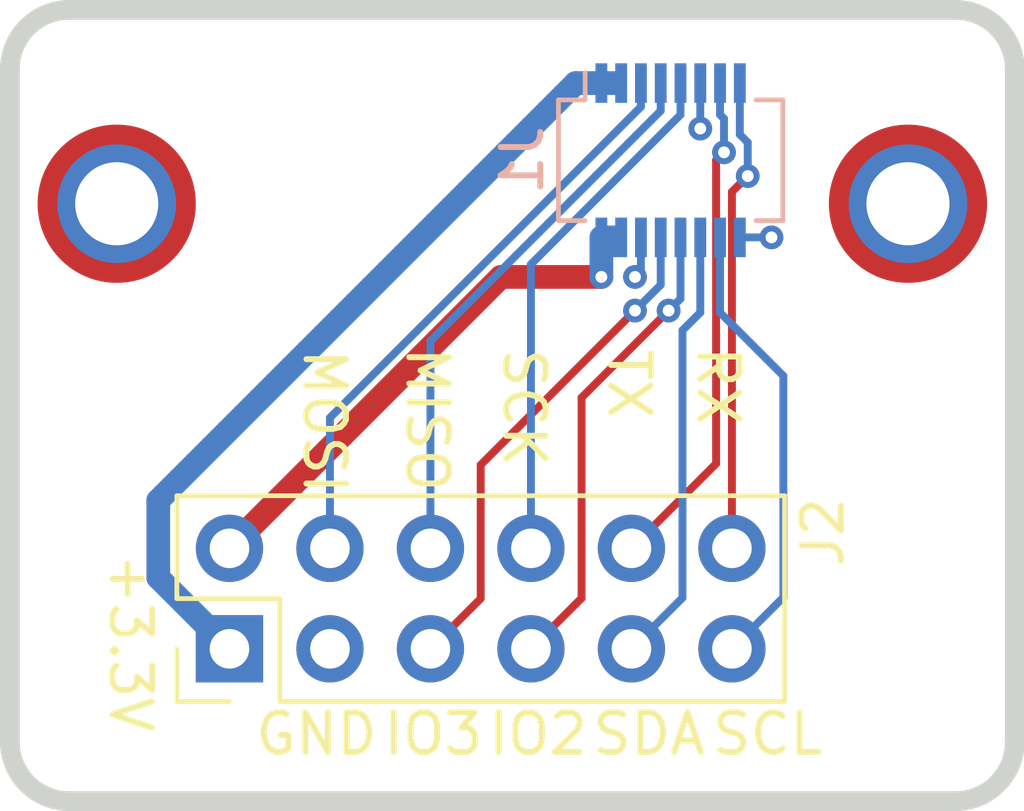
<source format=kicad_pcb>
(kicad_pcb (version 20171130) (host pcbnew "(5.1.9-0-10_14)")

  (general
    (thickness 1.6)
    (drawings 19)
    (tracks 59)
    (zones 0)
    (modules 4)
    (nets 13)
  )

  (page A4)
  (title_block
    (title "mikroPhone expansion breakout")
    (date 2024-02-02)
    (rev 4.0)
  )

  (layers
    (0 F.Cu signal)
    (1 GND power)
    (2 PWR power)
    (31 B.Cu signal)
    (32 B.Adhes user)
    (33 F.Adhes user)
    (34 B.Paste user)
    (35 F.Paste user)
    (36 B.SilkS user)
    (37 F.SilkS user)
    (38 B.Mask user)
    (39 F.Mask user)
    (40 Dwgs.User user)
    (41 Cmts.User user)
    (42 Eco1.User user)
    (43 Eco2.User user)
    (44 Edge.Cuts user)
    (45 Margin user)
    (46 B.CrtYd user)
    (47 F.CrtYd user)
    (48 B.Fab user hide)
    (49 F.Fab user hide)
  )

  (setup
    (last_trace_width 0.2)
    (trace_clearance 0.2)
    (zone_clearance 0.2032)
    (zone_45_only no)
    (trace_min 0.1524)
    (via_size 0.6)
    (via_drill 0.3)
    (via_min_size 0.4)
    (via_min_drill 0.2)
    (uvia_size 0.3)
    (uvia_drill 0.1)
    (uvias_allowed no)
    (uvia_min_size 0.2)
    (uvia_min_drill 0.1)
    (edge_width 0.05)
    (segment_width 0.2)
    (pcb_text_width 0.3)
    (pcb_text_size 1.5 1.5)
    (mod_edge_width 0.12)
    (mod_text_size 1 1)
    (mod_text_width 0.15)
    (pad_size 1.524 1.524)
    (pad_drill 0.762)
    (pad_to_mask_clearance 0)
    (aux_axis_origin 0 0)
    (visible_elements FFFFFF7F)
    (pcbplotparams
      (layerselection 0x010fc_ffffffff)
      (usegerberextensions false)
      (usegerberattributes true)
      (usegerberadvancedattributes true)
      (creategerberjobfile true)
      (excludeedgelayer true)
      (linewidth 0.100000)
      (plotframeref false)
      (viasonmask false)
      (mode 1)
      (useauxorigin false)
      (hpglpennumber 1)
      (hpglpenspeed 20)
      (hpglpendiameter 15.000000)
      (psnegative false)
      (psa4output false)
      (plotreference true)
      (plotvalue true)
      (plotinvisibletext false)
      (padsonsilk false)
      (subtractmaskfromsilk false)
      (outputformat 1)
      (mirror false)
      (drillshape 1)
      (scaleselection 1)
      (outputdirectory ""))
  )

  (net 0 "")
  (net 1 GND)
  (net 2 +3V3)
  (net 3 /SPI_MOSI)
  (net 4 /SPI_MISO)
  (net 5 /SPI_SCK)
  (net 6 /UART_TX)
  (net 7 /UART_RX)
  (net 8 VDD)
  (net 9 /I2C_SDA)
  (net 10 /I2C_SCL)
  (net 11 /GPIO3)
  (net 12 /GPIO2)

  (net_class Default "This is the default net class."
    (clearance 0.2)
    (trace_width 0.2)
    (via_dia 0.6)
    (via_drill 0.3)
    (uvia_dia 0.3)
    (uvia_drill 0.1)
    (add_net +3V3)
    (add_net /GPIO2)
    (add_net /GPIO3)
    (add_net /I2C_SCL)
    (add_net /I2C_SDA)
    (add_net /SPI_MISO)
    (add_net /SPI_MOSI)
    (add_net /SPI_SCK)
    (add_net /UART_RX)
    (add_net /UART_TX)
    (add_net GND)
    (add_net VDD)
  )

  (module Connector_Molex:Molex_SlimStack_55560-0161_2x08_P0.50mm_Vertical (layer B.Cu) (tedit 60DA23A1) (tstamp 60DA7D5B)
    (at 198 117.7 180)
    (descr "Molex SlimStack Fine-Pitch SMT Board-to-Board Connectors, 55560-0161, 16 Pins (http://www.molex.com/pdm_docs/sd/555600207_sd.pdf), generated with kicad-footprint-generator")
    (tags "connector Molex SlimStack side entry")
    (path /60DA2442)
    (attr smd)
    (fp_text reference J1 (at 3.75 0 90) (layer B.SilkS)
      (effects (font (size 1 1) (thickness 0.15)) (justify mirror))
    )
    (fp_text value IN (at 0 4.4) (layer B.Fab)
      (effects (font (size 1 1) (thickness 0.15)) (justify mirror))
    )
    (fp_line (start 2.725 1.415) (end 2.725 -1.415) (layer B.Fab) (width 0.1))
    (fp_line (start 2.725 -1.415) (end -2.725 -1.415) (layer B.Fab) (width 0.1))
    (fp_line (start -2.725 -1.415) (end -2.725 1.415) (layer B.Fab) (width 0.1))
    (fp_line (start -2.725 1.415) (end 2.725 1.415) (layer B.Fab) (width 0.1))
    (fp_line (start 2.16 1.525) (end 2.16 2.215) (layer B.Fab) (width 0.1))
    (fp_line (start 2.16 -1.525) (end 2.835 -1.525) (layer B.SilkS) (width 0.12))
    (fp_line (start 2.835 -1.525) (end 2.835 1.525) (layer B.SilkS) (width 0.12))
    (fp_line (start 2.835 1.525) (end 2.16 1.525) (layer B.SilkS) (width 0.12))
    (fp_line (start 2.16 1.525) (end 2.16 2.215) (layer B.SilkS) (width 0.12))
    (fp_line (start -2.16 -1.525) (end -2.835 -1.525) (layer B.SilkS) (width 0.12))
    (fp_line (start -2.835 -1.525) (end -2.835 1.525) (layer B.SilkS) (width 0.12))
    (fp_line (start -2.835 1.525) (end -2.16 1.525) (layer B.SilkS) (width 0.12))
    (fp_line (start 3.22 2.95) (end 3.22 -2.95) (layer B.CrtYd) (width 0.05))
    (fp_line (start 3.22 -2.95) (end -3.22 -2.95) (layer B.CrtYd) (width 0.05))
    (fp_line (start -3.22 -2.95) (end -3.22 2.95) (layer B.CrtYd) (width 0.05))
    (fp_line (start -3.22 2.95) (end 3.22 2.95) (layer B.CrtYd) (width 0.05))
    (fp_text user %R (at 0 0) (layer B.Fab)
      (effects (font (size 1 1) (thickness 0.15)) (justify mirror))
    )
    (pad 1 smd rect (at 1.75 1.95 180) (size 0.3 1) (layers B.Cu B.Paste B.Mask)
      (net 2 +3V3))
    (pad 3 smd rect (at 1.25 1.95 180) (size 0.3 1) (layers B.Cu B.Paste B.Mask)
      (net 2 +3V3))
    (pad 5 smd rect (at 0.75 1.95 180) (size 0.3 1) (layers B.Cu B.Paste B.Mask)
      (net 3 /SPI_MOSI))
    (pad 7 smd rect (at 0.25 1.95 180) (size 0.3 1) (layers B.Cu B.Paste B.Mask)
      (net 4 /SPI_MISO))
    (pad 9 smd rect (at -0.25 1.95 180) (size 0.3 1) (layers B.Cu B.Paste B.Mask)
      (net 5 /SPI_SCK))
    (pad 11 smd rect (at -0.75 1.95 180) (size 0.3 1) (layers B.Cu B.Paste B.Mask)
      (net 1 GND))
    (pad 13 smd rect (at -1.25 1.95 180) (size 0.3 1) (layers B.Cu B.Paste B.Mask)
      (net 6 /UART_TX))
    (pad 15 smd rect (at -1.75 1.95 180) (size 0.3 1) (layers B.Cu B.Paste B.Mask)
      (net 7 /UART_RX))
    (pad 2 smd rect (at 1.75 -1.95 180) (size 0.3 1) (layers B.Cu B.Paste B.Mask)
      (net 8 VDD))
    (pad 4 smd rect (at 1.25 -1.95 180) (size 0.3 1) (layers B.Cu B.Paste B.Mask)
      (net 8 VDD))
    (pad 6 smd rect (at 0.75 -1.95 180) (size 0.3 1) (layers B.Cu B.Paste B.Mask)
      (net 1 GND))
    (pad 8 smd rect (at 0.25 -1.95 180) (size 0.3 1) (layers B.Cu B.Paste B.Mask)
      (net 11 /GPIO3))
    (pad 10 smd rect (at -0.25 -1.95 180) (size 0.3 1) (layers B.Cu B.Paste B.Mask)
      (net 12 /GPIO2))
    (pad 12 smd rect (at -0.75 -1.95 180) (size 0.3 1) (layers B.Cu B.Paste B.Mask)
      (net 9 /I2C_SDA))
    (pad 14 smd rect (at -1.25 -1.95 180) (size 0.3 1) (layers B.Cu B.Paste B.Mask)
      (net 10 /I2C_SCL))
    (pad 16 smd rect (at -1.75 -1.95 180) (size 0.3 1) (layers B.Cu B.Paste B.Mask)
      (net 1 GND))
    (model ${KISYS3DMOD}/Connector_Molex.3dshapes/Molex_SlimStack_55560-0161_2x08_P0.50mm_Vertical.wrl
      (at (xyz 0 0 0))
      (scale (xyz 1 1 1))
      (rotate (xyz 0 0 0))
    )
  )

  (module footprints:Spacer_small (layer F.Cu) (tedit 61BFD32E) (tstamp 65BE3852)
    (at 204 118.8)
    (path /65BF75AF)
    (fp_text reference J3 (at 0 2.8) (layer F.SilkS) hide
      (effects (font (size 1 1) (thickness 0.15)))
    )
    (fp_text value Spacer (at 0 -2.7) (layer F.Fab)
      (effects (font (size 1 1) (thickness 0.15)))
    )
    (pad 1 thru_hole circle (at 0 0) (size 3 3) (drill 2.1) (layers *.Cu *.Mask)
      (net 1 GND))
    (pad 1 smd circle (at 0 0) (size 4 4) (layers F.Cu F.Mask)
      (net 1 GND))
  )

  (module footprints:Spacer_small (layer F.Cu) (tedit 61BFD32E) (tstamp 65BE3858)
    (at 184 118.8)
    (path /65BF7FCD)
    (fp_text reference J4 (at 0 2.8) (layer F.SilkS) hide
      (effects (font (size 1 1) (thickness 0.15)))
    )
    (fp_text value Spacer (at 0 -2.7) (layer F.Fab)
      (effects (font (size 1 1) (thickness 0.15)))
    )
    (pad 1 smd circle (at 0 0) (size 4 4) (layers F.Cu F.Mask)
      (net 1 GND))
    (pad 1 thru_hole circle (at 0 0) (size 3 3) (drill 2.1) (layers *.Cu *.Mask)
      (net 1 GND))
  )

  (module Connector_PinHeader_2.54mm:PinHeader_2x06_P2.54mm_Vertical (layer F.Cu) (tedit 59FED5CC) (tstamp 65BE4CDD)
    (at 186.85 130.05 90)
    (descr "Through hole straight pin header, 2x06, 2.54mm pitch, double rows")
    (tags "Through hole pin header THT 2x06 2.54mm double row")
    (path /65C12A3F)
    (fp_text reference J2 (at 2.95 15 -90) (layer F.SilkS)
      (effects (font (size 1 1) (thickness 0.15)))
    )
    (fp_text value OUT (at 1.27 15.03 -90) (layer F.Fab)
      (effects (font (size 1 1) (thickness 0.15)))
    )
    (fp_line (start 0 -1.27) (end 3.81 -1.27) (layer F.Fab) (width 0.1))
    (fp_line (start 3.81 -1.27) (end 3.81 13.97) (layer F.Fab) (width 0.1))
    (fp_line (start 3.81 13.97) (end -1.27 13.97) (layer F.Fab) (width 0.1))
    (fp_line (start -1.27 13.97) (end -1.27 0) (layer F.Fab) (width 0.1))
    (fp_line (start -1.27 0) (end 0 -1.27) (layer F.Fab) (width 0.1))
    (fp_line (start -1.33 14.03) (end 3.87 14.03) (layer F.SilkS) (width 0.12))
    (fp_line (start -1.33 1.27) (end -1.33 14.03) (layer F.SilkS) (width 0.12))
    (fp_line (start 3.87 -1.33) (end 3.87 14.03) (layer F.SilkS) (width 0.12))
    (fp_line (start -1.33 1.27) (end 1.27 1.27) (layer F.SilkS) (width 0.12))
    (fp_line (start 1.27 1.27) (end 1.27 -1.33) (layer F.SilkS) (width 0.12))
    (fp_line (start 1.27 -1.33) (end 3.87 -1.33) (layer F.SilkS) (width 0.12))
    (fp_line (start -1.33 0) (end -1.33 -1.33) (layer F.SilkS) (width 0.12))
    (fp_line (start -1.33 -1.33) (end 0 -1.33) (layer F.SilkS) (width 0.12))
    (fp_line (start -1.8 -1.8) (end -1.8 14.5) (layer F.CrtYd) (width 0.05))
    (fp_line (start -1.8 14.5) (end 4.35 14.5) (layer F.CrtYd) (width 0.05))
    (fp_line (start 4.35 14.5) (end 4.35 -1.8) (layer F.CrtYd) (width 0.05))
    (fp_line (start 4.35 -1.8) (end -1.8 -1.8) (layer F.CrtYd) (width 0.05))
    (fp_text user %R (at 1.27 6.35 180) (layer F.Fab)
      (effects (font (size 1 1) (thickness 0.15)))
    )
    (pad 1 thru_hole rect (at 0 0 90) (size 1.7 1.7) (drill 1) (layers *.Cu *.Mask)
      (net 2 +3V3))
    (pad 2 thru_hole oval (at 2.54 0 90) (size 1.7 1.7) (drill 1) (layers *.Cu *.Mask)
      (net 8 VDD))
    (pad 3 thru_hole oval (at 0 2.54 90) (size 1.7 1.7) (drill 1) (layers *.Cu *.Mask)
      (net 1 GND))
    (pad 4 thru_hole oval (at 2.54 2.54 90) (size 1.7 1.7) (drill 1) (layers *.Cu *.Mask)
      (net 3 /SPI_MOSI))
    (pad 5 thru_hole oval (at 0 5.08 90) (size 1.7 1.7) (drill 1) (layers *.Cu *.Mask)
      (net 11 /GPIO3))
    (pad 6 thru_hole oval (at 2.54 5.08 90) (size 1.7 1.7) (drill 1) (layers *.Cu *.Mask)
      (net 4 /SPI_MISO))
    (pad 7 thru_hole oval (at 0 7.62 90) (size 1.7 1.7) (drill 1) (layers *.Cu *.Mask)
      (net 12 /GPIO2))
    (pad 8 thru_hole oval (at 2.54 7.62 90) (size 1.7 1.7) (drill 1) (layers *.Cu *.Mask)
      (net 5 /SPI_SCK))
    (pad 9 thru_hole oval (at 0 10.16 90) (size 1.7 1.7) (drill 1) (layers *.Cu *.Mask)
      (net 9 /I2C_SDA))
    (pad 10 thru_hole oval (at 2.54 10.16 90) (size 1.7 1.7) (drill 1) (layers *.Cu *.Mask)
      (net 6 /UART_TX))
    (pad 11 thru_hole oval (at 0 12.7 90) (size 1.7 1.7) (drill 1) (layers *.Cu *.Mask)
      (net 10 /I2C_SCL))
    (pad 12 thru_hole oval (at 2.54 12.7 90) (size 1.7 1.7) (drill 1) (layers *.Cu *.Mask)
      (net 7 /UART_RX))
    (model ${KISYS3DMOD}/Connector_PinHeader_2.54mm.3dshapes/PinHeader_2x06_P2.54mm_Vertical.wrl
      (at (xyz 0 0 0))
      (scale (xyz 1 1 1))
      (rotate (xyz 0 0 0))
    )
  )

  (gr_text RX (at 199.2 123.4 270) (layer F.SilkS)
    (effects (font (size 1 1) (thickness 0.15)))
  )
  (gr_text TX (at 196.95 123.35 270) (layer F.SilkS)
    (effects (font (size 1 1) (thickness 0.15)))
  )
  (gr_text IO2 (at 194.65 132.2) (layer F.SilkS)
    (effects (font (size 1 1) (thickness 0.15)))
  )
  (gr_text IO3 (at 192 132.2) (layer F.SilkS) (tstamp 614F550E)
    (effects (font (size 1 1) (thickness 0.15)))
  )
  (gr_text GND (at 189.05 132.2) (layer F.SilkS) (tstamp 614F54E1)
    (effects (font (size 1 1) (thickness 0.15)))
  )
  (gr_text MISO (at 191.85 124.25 270) (layer F.SilkS) (tstamp 614F54DF)
    (effects (font (size 1 1) (thickness 0.15)))
  )
  (gr_text SDA (at 197.45 132.2) (layer F.SilkS) (tstamp 614F54DE)
    (effects (font (size 1 1) (thickness 0.15)))
  )
  (gr_text SCL (at 200.45 132.2) (layer F.SilkS) (tstamp 614F54DD)
    (effects (font (size 1 1) (thickness 0.15)))
  )
  (gr_text +3.3V (at 184.35 129.9 270) (layer F.SilkS) (tstamp 614F54DC)
    (effects (font (size 1 1) (thickness 0.15)))
  )
  (gr_text SCK (at 194.3 123.95 270) (layer F.SilkS) (tstamp 614F54DB)
    (effects (font (size 1 1) (thickness 0.15)))
  )
  (gr_text MOSI (at 189.25 124.3 270) (layer F.SilkS) (tstamp 614F54DA)
    (effects (font (size 1 1) (thickness 0.15)))
  )
  (gr_line (start 205.2 133.9) (end 182.8 133.9) (layer Edge.Cuts) (width 0.5) (tstamp 60DA3AA5))
  (gr_arc (start 205.2 132.4) (end 205.2 133.9) (angle -90) (layer Edge.Cuts) (width 0.5) (tstamp 60DA3A98))
  (gr_arc (start 182.8 132.4) (end 181.3 132.4) (angle -90) (layer Edge.Cuts) (width 0.5) (tstamp 60DA3A98))
  (gr_line (start 181.3 115.4) (end 181.3 132.4) (layer Edge.Cuts) (width 0.5))
  (gr_arc (start 182.8 115.4) (end 182.8 113.9) (angle -90) (layer Edge.Cuts) (width 0.5) (tstamp 60DA3A98))
  (gr_line (start 205.2 113.9) (end 182.8 113.9) (layer Edge.Cuts) (width 0.5))
  (gr_line (start 206.7 115.4) (end 206.7 132.4) (layer Edge.Cuts) (width 0.5))
  (gr_arc (start 205.2 115.4) (end 206.7 115.4) (angle -90) (layer Edge.Cuts) (width 0.5) (tstamp 60DA37D1))

  (via (at 197.1 120.65) (size 0.6) (drill 0.3) (layers F.Cu B.Cu) (net 1))
  (segment (start 197.25 120.5) (end 197.1 120.65) (width 0.2) (layer B.Cu) (net 1))
  (segment (start 197.25 119.65) (end 197.25 120.5) (width 0.2) (layer B.Cu) (net 1))
  (via (at 198.75 116.9) (size 0.6) (drill 0.3) (layers F.Cu B.Cu) (net 1))
  (segment (start 198.75 115.75) (end 198.75 116.9) (width 0.2) (layer B.Cu) (net 1))
  (via (at 200.55 119.65) (size 0.6) (drill 0.3) (layers F.Cu B.Cu) (net 1))
  (segment (start 199.75 119.65) (end 200.55 119.65) (width 0.2) (layer B.Cu) (net 1))
  (segment (start 196.75 115.75) (end 196.25 115.75) (width 0.2) (layer B.Cu) (net 2))
  (segment (start 186.85 130.05) (end 185.05 128.25) (width 0.6) (layer B.Cu) (net 2))
  (segment (start 185.05 128.25) (end 185.05 126.3) (width 0.6) (layer B.Cu) (net 2))
  (segment (start 185.05 126.3) (end 195.6 115.75) (width 0.6) (layer B.Cu) (net 2))
  (segment (start 195.6 115.75) (end 196.25 115.75) (width 0.6) (layer B.Cu) (net 2))
  (segment (start 197.25 115.75) (end 197.25 116.35) (width 0.2) (layer B.Cu) (net 3))
  (segment (start 189.39 124.21) (end 189.39 127.51) (width 0.2) (layer B.Cu) (net 3))
  (segment (start 197.25 116.35) (end 189.39 124.21) (width 0.2) (layer B.Cu) (net 3))
  (segment (start 197.75 115.75) (end 197.75 116.45) (width 0.2) (layer B.Cu) (net 4))
  (segment (start 191.93 122.27) (end 191.93 127.51) (width 0.2) (layer B.Cu) (net 4))
  (segment (start 197.75 116.45) (end 191.93 122.27) (width 0.2) (layer B.Cu) (net 4))
  (segment (start 198.25 116.55) (end 198.25 115.75) (width 0.2) (layer B.Cu) (net 5))
  (segment (start 194.47 120.33) (end 194.47 127.51) (width 0.2) (layer B.Cu) (net 5))
  (segment (start 198.25 116.55) (end 194.47 120.33) (width 0.2) (layer B.Cu) (net 5))
  (segment (start 199.25 115.75) (end 199.25 116.55) (width 0.2) (layer B.Cu) (net 6))
  (via (at 199.35 117.5) (size 0.6) (drill 0.3) (layers F.Cu B.Cu) (net 6))
  (segment (start 199.35 116.65) (end 199.35 117.5) (width 0.2) (layer B.Cu) (net 6))
  (segment (start 199.25 116.55) (end 199.35 116.65) (width 0.2) (layer B.Cu) (net 6))
  (segment (start 199.35 117.5) (end 199.15 117.7) (width 0.2) (layer F.Cu) (net 6))
  (segment (start 199.15 125.37) (end 197.01 127.51) (width 0.2) (layer F.Cu) (net 6))
  (segment (start 199.15 117.7) (end 199.15 125.37) (width 0.2) (layer F.Cu) (net 6))
  (segment (start 199.75 115.75) (end 199.75 117.05) (width 0.2) (layer B.Cu) (net 7))
  (via (at 199.95 118.1) (size 0.6) (drill 0.3) (layers F.Cu B.Cu) (net 7))
  (segment (start 199.95 117.25) (end 199.95 118.1) (width 0.2) (layer B.Cu) (net 7))
  (segment (start 199.75 117.05) (end 199.95 117.25) (width 0.2) (layer B.Cu) (net 7))
  (segment (start 199.55 118.5) (end 199.95 118.1) (width 0.2) (layer F.Cu) (net 7))
  (segment (start 199.55 127.51) (end 199.55 118.5) (width 0.2) (layer F.Cu) (net 7))
  (segment (start 196.75 119.65) (end 196.25 119.65) (width 0.2) (layer B.Cu) (net 8))
  (via (at 196.25 120.65) (size 0.6) (drill 0.3) (layers F.Cu B.Cu) (net 8))
  (segment (start 193.71 120.65) (end 196.25 120.65) (width 0.6) (layer F.Cu) (net 8))
  (segment (start 186.85 127.51) (end 193.71 120.65) (width 0.6) (layer F.Cu) (net 8))
  (segment (start 196.25 120.65) (end 196.25 119.65) (width 0.6) (layer B.Cu) (net 8))
  (segment (start 198.75 119.65) (end 198.75 121.55) (width 0.2) (layer B.Cu) (net 9))
  (segment (start 198.75 121.55) (end 198.3 122) (width 0.2) (layer B.Cu) (net 9))
  (segment (start 198.3 128.76) (end 197.01 130.05) (width 0.2) (layer B.Cu) (net 9))
  (segment (start 198.3 122) (end 198.3 128.76) (width 0.2) (layer B.Cu) (net 9))
  (segment (start 200.85 128.75) (end 199.55 130.05) (width 0.2) (layer B.Cu) (net 10))
  (segment (start 199.25 119.65) (end 199.25 121.55) (width 0.2) (layer B.Cu) (net 10))
  (segment (start 200.85 123.15) (end 200.85 128.75) (width 0.2) (layer B.Cu) (net 10))
  (segment (start 199.25 121.55) (end 200.85 123.15) (width 0.2) (layer B.Cu) (net 10))
  (segment (start 197.75 119.65) (end 197.75 120.85) (width 0.2) (layer B.Cu) (net 11))
  (via (at 197.1 121.5) (size 0.6) (drill 0.3) (layers F.Cu B.Cu) (net 11))
  (segment (start 197.75 120.85) (end 197.1 121.5) (width 0.2) (layer B.Cu) (net 11))
  (segment (start 197.1 121.5) (end 193.2 125.4) (width 0.2) (layer F.Cu) (net 11))
  (segment (start 193.2 128.78) (end 191.93 130.05) (width 0.2) (layer F.Cu) (net 11))
  (segment (start 193.2 125.4) (end 193.2 128.78) (width 0.2) (layer F.Cu) (net 11))
  (via (at 197.95 121.5) (size 0.6) (drill 0.3) (layers F.Cu B.Cu) (net 12))
  (segment (start 198.25 121.2) (end 197.95 121.5) (width 0.2) (layer B.Cu) (net 12))
  (segment (start 198.25 119.65) (end 198.25 121.2) (width 0.2) (layer B.Cu) (net 12))
  (segment (start 197.95 121.5) (end 195.75 123.7) (width 0.2) (layer F.Cu) (net 12))
  (segment (start 195.75 128.77) (end 194.47 130.05) (width 0.2) (layer F.Cu) (net 12))
  (segment (start 195.75 123.7) (end 195.75 128.77) (width 0.2) (layer F.Cu) (net 12))

  (zone (net 1) (net_name GND) (layer GND) (tstamp 65BE54F5) (hatch edge 0.508)
    (connect_pads (clearance 0.2032))
    (min_thickness 0.254)
    (fill yes (arc_segments 32) (thermal_gap 0.381) (thermal_bridge_width 0.508))
    (polygon
      (pts
        (xy 206.7 133.9) (xy 181.3 133.9) (xy 181.3 113.9) (xy 206.7 113.9)
      )
    )
    (filled_polygon
      (pts
        (xy 205.378115 114.500446) (xy 205.54945 114.552176) (xy 205.707467 114.636195) (xy 205.846164 114.749313) (xy 205.960241 114.887209)
        (xy 206.045364 115.044641) (xy 206.098288 115.215609) (xy 206.1198 115.42029) (xy 206.119801 132.371614) (xy 206.099554 132.578115)
        (xy 206.047824 132.74945) (xy 205.963803 132.90747) (xy 205.850687 133.046163) (xy 205.712791 133.160241) (xy 205.555355 133.245366)
        (xy 205.384392 133.298288) (xy 205.179711 133.3198) (xy 182.828376 133.3198) (xy 182.621885 133.299554) (xy 182.45055 133.247824)
        (xy 182.29253 133.163803) (xy 182.153837 133.050687) (xy 182.039759 132.912791) (xy 181.954634 132.755355) (xy 181.901712 132.584392)
        (xy 181.8802 132.379711) (xy 181.8802 129.2) (xy 185.668203 129.2) (xy 185.668203 130.9) (xy 185.674578 130.96473)
        (xy 185.69346 131.026973) (xy 185.724121 131.084337) (xy 185.765384 131.134616) (xy 185.815663 131.175879) (xy 185.873027 131.20654)
        (xy 185.93527 131.225422) (xy 186 131.231797) (xy 187.7 131.231797) (xy 187.76473 131.225422) (xy 187.826973 131.20654)
        (xy 187.884337 131.175879) (xy 187.934616 131.134616) (xy 187.975879 131.084337) (xy 188.00654 131.026973) (xy 188.025422 130.96473)
        (xy 188.031797 130.9) (xy 188.031797 130.386944) (xy 188.074459 130.386944) (xy 188.165471 130.637119) (xy 188.303541 130.864731)
        (xy 188.483363 131.061034) (xy 188.698027 131.218483) (xy 188.939283 131.331028) (xy 189.053057 131.365535) (xy 189.263 131.274431)
        (xy 189.263 130.177) (xy 189.517 130.177) (xy 189.517 131.274431) (xy 189.726943 131.365535) (xy 189.840717 131.331028)
        (xy 190.081973 131.218483) (xy 190.296637 131.061034) (xy 190.476459 130.864731) (xy 190.614529 130.637119) (xy 190.705541 130.386944)
        (xy 190.615054 130.177) (xy 189.517 130.177) (xy 189.263 130.177) (xy 188.164946 130.177) (xy 188.074459 130.386944)
        (xy 188.031797 130.386944) (xy 188.031797 129.93376) (xy 190.7498 129.93376) (xy 190.7498 130.16624) (xy 190.795155 130.394252)
        (xy 190.884121 130.609034) (xy 191.013279 130.802333) (xy 191.177667 130.966721) (xy 191.370966 131.095879) (xy 191.585748 131.184845)
        (xy 191.81376 131.2302) (xy 192.04624 131.2302) (xy 192.274252 131.184845) (xy 192.489034 131.095879) (xy 192.682333 130.966721)
        (xy 192.846721 130.802333) (xy 192.975879 130.609034) (xy 193.064845 130.394252) (xy 193.1102 130.16624) (xy 193.1102 129.93376)
        (xy 193.2898 129.93376) (xy 193.2898 130.16624) (xy 193.335155 130.394252) (xy 193.424121 130.609034) (xy 193.553279 130.802333)
        (xy 193.717667 130.966721) (xy 193.910966 131.095879) (xy 194.125748 131.184845) (xy 194.35376 131.2302) (xy 194.58624 131.2302)
        (xy 194.814252 131.184845) (xy 195.029034 131.095879) (xy 195.222333 130.966721) (xy 195.386721 130.802333) (xy 195.515879 130.609034)
        (xy 195.604845 130.394252) (xy 195.6502 130.16624) (xy 195.6502 129.93376) (xy 195.8298 129.93376) (xy 195.8298 130.16624)
        (xy 195.875155 130.394252) (xy 195.964121 130.609034) (xy 196.093279 130.802333) (xy 196.257667 130.966721) (xy 196.450966 131.095879)
        (xy 196.665748 131.184845) (xy 196.89376 131.2302) (xy 197.12624 131.2302) (xy 197.354252 131.184845) (xy 197.569034 131.095879)
        (xy 197.762333 130.966721) (xy 197.926721 130.802333) (xy 198.055879 130.609034) (xy 198.144845 130.394252) (xy 198.1902 130.16624)
        (xy 198.1902 129.93376) (xy 198.3698 129.93376) (xy 198.3698 130.16624) (xy 198.415155 130.394252) (xy 198.504121 130.609034)
        (xy 198.633279 130.802333) (xy 198.797667 130.966721) (xy 198.990966 131.095879) (xy 199.205748 131.184845) (xy 199.43376 131.2302)
        (xy 199.66624 131.2302) (xy 199.894252 131.184845) (xy 200.109034 131.095879) (xy 200.302333 130.966721) (xy 200.466721 130.802333)
        (xy 200.595879 130.609034) (xy 200.684845 130.394252) (xy 200.7302 130.16624) (xy 200.7302 129.93376) (xy 200.684845 129.705748)
        (xy 200.595879 129.490966) (xy 200.466721 129.297667) (xy 200.302333 129.133279) (xy 200.109034 129.004121) (xy 199.894252 128.915155)
        (xy 199.66624 128.8698) (xy 199.43376 128.8698) (xy 199.205748 128.915155) (xy 198.990966 129.004121) (xy 198.797667 129.133279)
        (xy 198.633279 129.297667) (xy 198.504121 129.490966) (xy 198.415155 129.705748) (xy 198.3698 129.93376) (xy 198.1902 129.93376)
        (xy 198.144845 129.705748) (xy 198.055879 129.490966) (xy 197.926721 129.297667) (xy 197.762333 129.133279) (xy 197.569034 129.004121)
        (xy 197.354252 128.915155) (xy 197.12624 128.8698) (xy 196.89376 128.8698) (xy 196.665748 128.915155) (xy 196.450966 129.004121)
        (xy 196.257667 129.133279) (xy 196.093279 129.297667) (xy 195.964121 129.490966) (xy 195.875155 129.705748) (xy 195.8298 129.93376)
        (xy 195.6502 129.93376) (xy 195.604845 129.705748) (xy 195.515879 129.490966) (xy 195.386721 129.297667) (xy 195.222333 129.133279)
        (xy 195.029034 129.004121) (xy 194.814252 128.915155) (xy 194.58624 128.8698) (xy 194.35376 128.8698) (xy 194.125748 128.915155)
        (xy 193.910966 129.004121) (xy 193.717667 129.133279) (xy 193.553279 129.297667) (xy 193.424121 129.490966) (xy 193.335155 129.705748)
        (xy 193.2898 129.93376) (xy 193.1102 129.93376) (xy 193.064845 129.705748) (xy 192.975879 129.490966) (xy 192.846721 129.297667)
        (xy 192.682333 129.133279) (xy 192.489034 129.004121) (xy 192.274252 128.915155) (xy 192.04624 128.8698) (xy 191.81376 128.8698)
        (xy 191.585748 128.915155) (xy 191.370966 129.004121) (xy 191.177667 129.133279) (xy 191.013279 129.297667) (xy 190.884121 129.490966)
        (xy 190.795155 129.705748) (xy 190.7498 129.93376) (xy 188.031797 129.93376) (xy 188.031797 129.713056) (xy 188.074459 129.713056)
        (xy 188.164946 129.923) (xy 189.263 129.923) (xy 189.263 128.825569) (xy 189.517 128.825569) (xy 189.517 129.923)
        (xy 190.615054 129.923) (xy 190.705541 129.713056) (xy 190.614529 129.462881) (xy 190.476459 129.235269) (xy 190.296637 129.038966)
        (xy 190.081973 128.881517) (xy 189.840717 128.768972) (xy 189.726943 128.734465) (xy 189.517 128.825569) (xy 189.263 128.825569)
        (xy 189.053057 128.734465) (xy 188.939283 128.768972) (xy 188.698027 128.881517) (xy 188.483363 129.038966) (xy 188.303541 129.235269)
        (xy 188.165471 129.462881) (xy 188.074459 129.713056) (xy 188.031797 129.713056) (xy 188.031797 129.2) (xy 188.025422 129.13527)
        (xy 188.00654 129.073027) (xy 187.975879 129.015663) (xy 187.934616 128.965384) (xy 187.884337 128.924121) (xy 187.826973 128.89346)
        (xy 187.76473 128.874578) (xy 187.7 128.868203) (xy 186 128.868203) (xy 185.93527 128.874578) (xy 185.873027 128.89346)
        (xy 185.815663 128.924121) (xy 185.765384 128.965384) (xy 185.724121 129.015663) (xy 185.69346 129.073027) (xy 185.674578 129.13527)
        (xy 185.668203 129.2) (xy 181.8802 129.2) (xy 181.8802 127.39376) (xy 185.6698 127.39376) (xy 185.6698 127.62624)
        (xy 185.715155 127.854252) (xy 185.804121 128.069034) (xy 185.933279 128.262333) (xy 186.097667 128.426721) (xy 186.290966 128.555879)
        (xy 186.505748 128.644845) (xy 186.73376 128.6902) (xy 186.96624 128.6902) (xy 187.194252 128.644845) (xy 187.409034 128.555879)
        (xy 187.602333 128.426721) (xy 187.766721 128.262333) (xy 187.895879 128.069034) (xy 187.984845 127.854252) (xy 188.0302 127.62624)
        (xy 188.0302 127.39376) (xy 188.2098 127.39376) (xy 188.2098 127.62624) (xy 188.255155 127.854252) (xy 188.344121 128.069034)
        (xy 188.473279 128.262333) (xy 188.637667 128.426721) (xy 188.830966 128.555879) (xy 189.045748 128.644845) (xy 189.27376 128.6902)
        (xy 189.50624 128.6902) (xy 189.734252 128.644845) (xy 189.949034 128.555879) (xy 190.142333 128.426721) (xy 190.306721 128.262333)
        (xy 190.435879 128.069034) (xy 190.524845 127.854252) (xy 190.5702 127.62624) (xy 190.5702 127.39376) (xy 190.7498 127.39376)
        (xy 190.7498 127.62624) (xy 190.795155 127.854252) (xy 190.884121 128.069034) (xy 191.013279 128.262333) (xy 191.177667 128.426721)
        (xy 191.370966 128.555879) (xy 191.585748 128.644845) (xy 191.81376 128.6902) (xy 192.04624 128.6902) (xy 192.274252 128.644845)
        (xy 192.489034 128.555879) (xy 192.682333 128.426721) (xy 192.846721 128.262333) (xy 192.975879 128.069034) (xy 193.064845 127.854252)
        (xy 193.1102 127.62624) (xy 193.1102 127.39376) (xy 193.2898 127.39376) (xy 193.2898 127.62624) (xy 193.335155 127.854252)
        (xy 193.424121 128.069034) (xy 193.553279 128.262333) (xy 193.717667 128.426721) (xy 193.910966 128.555879) (xy 194.125748 128.644845)
        (xy 194.35376 128.6902) (xy 194.58624 128.6902) (xy 194.814252 128.644845) (xy 195.029034 128.555879) (xy 195.222333 128.426721)
        (xy 195.386721 128.262333) (xy 195.515879 128.069034) (xy 195.604845 127.854252) (xy 195.6502 127.62624) (xy 195.6502 127.39376)
        (xy 195.8298 127.39376) (xy 195.8298 127.62624) (xy 195.875155 127.854252) (xy 195.964121 128.069034) (xy 196.093279 128.262333)
        (xy 196.257667 128.426721) (xy 196.450966 128.555879) (xy 196.665748 128.644845) (xy 196.89376 128.6902) (xy 197.12624 128.6902)
        (xy 197.354252 128.644845) (xy 197.569034 128.555879) (xy 197.762333 128.426721) (xy 197.926721 128.262333) (xy 198.055879 128.069034)
        (xy 198.144845 127.854252) (xy 198.1902 127.62624) (xy 198.1902 127.39376) (xy 198.3698 127.39376) (xy 198.3698 127.62624)
        (xy 198.415155 127.854252) (xy 198.504121 128.069034) (xy 198.633279 128.262333) (xy 198.797667 128.426721) (xy 198.990966 128.555879)
        (xy 199.205748 128.644845) (xy 199.43376 128.6902) (xy 199.66624 128.6902) (xy 199.894252 128.644845) (xy 200.109034 128.555879)
        (xy 200.302333 128.426721) (xy 200.466721 128.262333) (xy 200.595879 128.069034) (xy 200.684845 127.854252) (xy 200.7302 127.62624)
        (xy 200.7302 127.39376) (xy 200.684845 127.165748) (xy 200.595879 126.950966) (xy 200.466721 126.757667) (xy 200.302333 126.593279)
        (xy 200.109034 126.464121) (xy 199.894252 126.375155) (xy 199.66624 126.3298) (xy 199.43376 126.3298) (xy 199.205748 126.375155)
        (xy 198.990966 126.464121) (xy 198.797667 126.593279) (xy 198.633279 126.757667) (xy 198.504121 126.950966) (xy 198.415155 127.165748)
        (xy 198.3698 127.39376) (xy 198.1902 127.39376) (xy 198.144845 127.165748) (xy 198.055879 126.950966) (xy 197.926721 126.757667)
        (xy 197.762333 126.593279) (xy 197.569034 126.464121) (xy 197.354252 126.375155) (xy 197.12624 126.3298) (xy 196.89376 126.3298)
        (xy 196.665748 126.375155) (xy 196.450966 126.464121) (xy 196.257667 126.593279) (xy 196.093279 126.757667) (xy 195.964121 126.950966)
        (xy 195.875155 127.165748) (xy 195.8298 127.39376) (xy 195.6502 127.39376) (xy 195.604845 127.165748) (xy 195.515879 126.950966)
        (xy 195.386721 126.757667) (xy 195.222333 126.593279) (xy 195.029034 126.464121) (xy 194.814252 126.375155) (xy 194.58624 126.3298)
        (xy 194.35376 126.3298) (xy 194.125748 126.375155) (xy 193.910966 126.464121) (xy 193.717667 126.593279) (xy 193.553279 126.757667)
        (xy 193.424121 126.950966) (xy 193.335155 127.165748) (xy 193.2898 127.39376) (xy 193.1102 127.39376) (xy 193.064845 127.165748)
        (xy 192.975879 126.950966) (xy 192.846721 126.757667) (xy 192.682333 126.593279) (xy 192.489034 126.464121) (xy 192.274252 126.375155)
        (xy 192.04624 126.3298) (xy 191.81376 126.3298) (xy 191.585748 126.375155) (xy 191.370966 126.464121) (xy 191.177667 126.593279)
        (xy 191.013279 126.757667) (xy 190.884121 126.950966) (xy 190.795155 127.165748) (xy 190.7498 127.39376) (xy 190.5702 127.39376)
        (xy 190.524845 127.165748) (xy 190.435879 126.950966) (xy 190.306721 126.757667) (xy 190.142333 126.593279) (xy 189.949034 126.464121)
        (xy 189.734252 126.375155) (xy 189.50624 126.3298) (xy 189.27376 126.3298) (xy 189.045748 126.375155) (xy 188.830966 126.464121)
        (xy 188.637667 126.593279) (xy 188.473279 126.757667) (xy 188.344121 126.950966) (xy 188.255155 127.165748) (xy 188.2098 127.39376)
        (xy 188.0302 127.39376) (xy 187.984845 127.165748) (xy 187.895879 126.950966) (xy 187.766721 126.757667) (xy 187.602333 126.593279)
        (xy 187.409034 126.464121) (xy 187.194252 126.375155) (xy 186.96624 126.3298) (xy 186.73376 126.3298) (xy 186.505748 126.375155)
        (xy 186.290966 126.464121) (xy 186.097667 126.593279) (xy 185.933279 126.757667) (xy 185.804121 126.950966) (xy 185.715155 127.165748)
        (xy 185.6698 127.39376) (xy 181.8802 127.39376) (xy 181.8802 120.223721) (xy 182.755884 120.223721) (xy 182.919113 120.503779)
        (xy 183.272273 120.681912) (xy 183.653399 120.787724) (xy 184.047845 120.817149) (xy 184.440452 120.769056) (xy 184.816133 120.645293)
        (xy 184.923449 120.587931) (xy 195.6198 120.587931) (xy 195.6198 120.712069) (xy 195.644018 120.833822) (xy 195.691524 120.948512)
        (xy 195.760492 121.051729) (xy 195.848271 121.139508) (xy 195.951488 121.208476) (xy 196.066178 121.255982) (xy 196.187931 121.2802)
        (xy 196.312069 121.2802) (xy 196.433822 121.255982) (xy 196.536583 121.213417) (xy 196.494018 121.316178) (xy 196.4698 121.437931)
        (xy 196.4698 121.562069) (xy 196.494018 121.683822) (xy 196.541524 121.798512) (xy 196.610492 121.901729) (xy 196.698271 121.989508)
        (xy 196.801488 122.058476) (xy 196.916178 122.105982) (xy 197.037931 122.1302) (xy 197.162069 122.1302) (xy 197.283822 122.105982)
        (xy 197.398512 122.058476) (xy 197.501729 121.989508) (xy 197.525 121.966237) (xy 197.548271 121.989508) (xy 197.651488 122.058476)
        (xy 197.766178 122.105982) (xy 197.887931 122.1302) (xy 198.012069 122.1302) (xy 198.133822 122.105982) (xy 198.248512 122.058476)
        (xy 198.351729 121.989508) (xy 198.439508 121.901729) (xy 198.508476 121.798512) (xy 198.555982 121.683822) (xy 198.5802 121.562069)
        (xy 198.5802 121.437931) (xy 198.555982 121.316178) (xy 198.508476 121.201488) (xy 198.439508 121.098271) (xy 198.351729 121.010492)
        (xy 198.248512 120.941524) (xy 198.133822 120.894018) (xy 198.012069 120.8698) (xy 197.887931 120.8698) (xy 197.766178 120.894018)
        (xy 197.651488 120.941524) (xy 197.548271 121.010492) (xy 197.525 121.033763) (xy 197.501729 121.010492) (xy 197.398512 120.941524)
        (xy 197.283822 120.894018) (xy 197.162069 120.8698) (xy 197.037931 120.8698) (xy 196.916178 120.894018) (xy 196.813417 120.936583)
        (xy 196.855982 120.833822) (xy 196.8802 120.712069) (xy 196.8802 120.587931) (xy 196.855982 120.466178) (xy 196.808476 120.351488)
        (xy 196.739508 120.248271) (xy 196.714958 120.223721) (xy 202.755884 120.223721) (xy 202.919113 120.503779) (xy 203.272273 120.681912)
        (xy 203.653399 120.787724) (xy 204.047845 120.817149) (xy 204.440452 120.769056) (xy 204.816133 120.645293) (xy 205.080887 120.503779)
        (xy 205.244116 120.223721) (xy 204 118.979605) (xy 202.755884 120.223721) (xy 196.714958 120.223721) (xy 196.651729 120.160492)
        (xy 196.548512 120.091524) (xy 196.433822 120.044018) (xy 196.312069 120.0198) (xy 196.187931 120.0198) (xy 196.066178 120.044018)
        (xy 195.951488 120.091524) (xy 195.848271 120.160492) (xy 195.760492 120.248271) (xy 195.691524 120.351488) (xy 195.644018 120.466178)
        (xy 195.6198 120.587931) (xy 184.923449 120.587931) (xy 185.080887 120.503779) (xy 185.244116 120.223721) (xy 184 118.979605)
        (xy 182.755884 120.223721) (xy 181.8802 120.223721) (xy 181.8802 118.847845) (xy 181.982851 118.847845) (xy 182.030944 119.240452)
        (xy 182.154707 119.616133) (xy 182.296221 119.880887) (xy 182.576279 120.044116) (xy 183.820395 118.8) (xy 184.179605 118.8)
        (xy 185.423721 120.044116) (xy 185.703779 119.880887) (xy 185.881912 119.527727) (xy 185.987724 119.146601) (xy 186.01001 118.847845)
        (xy 201.982851 118.847845) (xy 202.030944 119.240452) (xy 202.154707 119.616133) (xy 202.296221 119.880887) (xy 202.576279 120.044116)
        (xy 203.820395 118.8) (xy 204.179605 118.8) (xy 205.423721 120.044116) (xy 205.703779 119.880887) (xy 205.881912 119.527727)
        (xy 205.987724 119.146601) (xy 206.017149 118.752155) (xy 205.969056 118.359548) (xy 205.845293 117.983867) (xy 205.703779 117.719113)
        (xy 205.423721 117.555884) (xy 204.179605 118.8) (xy 203.820395 118.8) (xy 202.576279 117.555884) (xy 202.296221 117.719113)
        (xy 202.118088 118.072273) (xy 202.012276 118.453399) (xy 201.982851 118.847845) (xy 186.01001 118.847845) (xy 186.017149 118.752155)
        (xy 185.969056 118.359548) (xy 185.845293 117.983867) (xy 185.703779 117.719113) (xy 185.423721 117.555884) (xy 184.179605 118.8)
        (xy 183.820395 118.8) (xy 182.576279 117.555884) (xy 182.296221 117.719113) (xy 182.118088 118.072273) (xy 182.012276 118.453399)
        (xy 181.982851 118.847845) (xy 181.8802 118.847845) (xy 181.8802 117.376279) (xy 182.755884 117.376279) (xy 184 118.620395)
        (xy 185.182464 117.437931) (xy 198.7198 117.437931) (xy 198.7198 117.562069) (xy 198.744018 117.683822) (xy 198.791524 117.798512)
        (xy 198.860492 117.901729) (xy 198.948271 117.989508) (xy 199.051488 118.058476) (xy 199.166178 118.105982) (xy 199.287931 118.1302)
        (xy 199.3198 118.1302) (xy 199.3198 118.162069) (xy 199.344018 118.283822) (xy 199.391524 118.398512) (xy 199.460492 118.501729)
        (xy 199.548271 118.589508) (xy 199.651488 118.658476) (xy 199.766178 118.705982) (xy 199.887931 118.7302) (xy 200.012069 118.7302)
        (xy 200.133822 118.705982) (xy 200.248512 118.658476) (xy 200.351729 118.589508) (xy 200.439508 118.501729) (xy 200.508476 118.398512)
        (xy 200.555982 118.283822) (xy 200.5802 118.162069) (xy 200.5802 118.037931) (xy 200.555982 117.916178) (xy 200.508476 117.801488)
        (xy 200.439508 117.698271) (xy 200.351729 117.610492) (xy 200.248512 117.541524) (xy 200.133822 117.494018) (xy 200.012069 117.4698)
        (xy 199.9802 117.4698) (xy 199.9802 117.437931) (xy 199.967937 117.376279) (xy 202.755884 117.376279) (xy 204 118.620395)
        (xy 205.244116 117.376279) (xy 205.080887 117.096221) (xy 204.727727 116.918088) (xy 204.346601 116.812276) (xy 203.952155 116.782851)
        (xy 203.559548 116.830944) (xy 203.183867 116.954707) (xy 202.919113 117.096221) (xy 202.755884 117.376279) (xy 199.967937 117.376279)
        (xy 199.955982 117.316178) (xy 199.908476 117.201488) (xy 199.839508 117.098271) (xy 199.751729 117.010492) (xy 199.648512 116.941524)
        (xy 199.533822 116.894018) (xy 199.412069 116.8698) (xy 199.287931 116.8698) (xy 199.166178 116.894018) (xy 199.051488 116.941524)
        (xy 198.948271 117.010492) (xy 198.860492 117.098271) (xy 198.791524 117.201488) (xy 198.744018 117.316178) (xy 198.7198 117.437931)
        (xy 185.182464 117.437931) (xy 185.244116 117.376279) (xy 185.080887 117.096221) (xy 184.727727 116.918088) (xy 184.346601 116.812276)
        (xy 183.952155 116.782851) (xy 183.559548 116.830944) (xy 183.183867 116.954707) (xy 182.919113 117.096221) (xy 182.755884 117.376279)
        (xy 181.8802 117.376279) (xy 181.8802 115.428376) (xy 181.900446 115.221885) (xy 181.952176 115.05055) (xy 182.036195 114.892533)
        (xy 182.149313 114.753836) (xy 182.287209 114.639759) (xy 182.444641 114.554636) (xy 182.615609 114.501712) (xy 182.82029 114.4802)
        (xy 205.171624 114.4802)
      )
    )
  )
  (zone (net 1) (net_name GND) (layer PWR) (tstamp 65BE54F2) (hatch edge 0.508)
    (connect_pads (clearance 0.2032))
    (min_thickness 0.254)
    (fill yes (arc_segments 32) (thermal_gap 0.381) (thermal_bridge_width 0.508))
    (polygon
      (pts
        (xy 206.7 133.9) (xy 181.3 133.9) (xy 181.3 113.9) (xy 206.7 113.9)
      )
    )
    (filled_polygon
      (pts
        (xy 205.378115 114.500446) (xy 205.54945 114.552176) (xy 205.707467 114.636195) (xy 205.846164 114.749313) (xy 205.960241 114.887209)
        (xy 206.045364 115.044641) (xy 206.098288 115.215609) (xy 206.1198 115.42029) (xy 206.119801 132.371614) (xy 206.099554 132.578115)
        (xy 206.047824 132.74945) (xy 205.963803 132.90747) (xy 205.850687 133.046163) (xy 205.712791 133.160241) (xy 205.555355 133.245366)
        (xy 205.384392 133.298288) (xy 205.179711 133.3198) (xy 182.828376 133.3198) (xy 182.621885 133.299554) (xy 182.45055 133.247824)
        (xy 182.29253 133.163803) (xy 182.153837 133.050687) (xy 182.039759 132.912791) (xy 181.954634 132.755355) (xy 181.901712 132.584392)
        (xy 181.8802 132.379711) (xy 181.8802 129.2) (xy 185.668203 129.2) (xy 185.668203 130.9) (xy 185.674578 130.96473)
        (xy 185.69346 131.026973) (xy 185.724121 131.084337) (xy 185.765384 131.134616) (xy 185.815663 131.175879) (xy 185.873027 131.20654)
        (xy 185.93527 131.225422) (xy 186 131.231797) (xy 187.7 131.231797) (xy 187.76473 131.225422) (xy 187.826973 131.20654)
        (xy 187.884337 131.175879) (xy 187.934616 131.134616) (xy 187.975879 131.084337) (xy 188.00654 131.026973) (xy 188.025422 130.96473)
        (xy 188.031797 130.9) (xy 188.031797 130.386944) (xy 188.074459 130.386944) (xy 188.165471 130.637119) (xy 188.303541 130.864731)
        (xy 188.483363 131.061034) (xy 188.698027 131.218483) (xy 188.939283 131.331028) (xy 189.053057 131.365535) (xy 189.263 131.274431)
        (xy 189.263 130.177) (xy 189.517 130.177) (xy 189.517 131.274431) (xy 189.726943 131.365535) (xy 189.840717 131.331028)
        (xy 190.081973 131.218483) (xy 190.296637 131.061034) (xy 190.476459 130.864731) (xy 190.614529 130.637119) (xy 190.705541 130.386944)
        (xy 190.615054 130.177) (xy 189.517 130.177) (xy 189.263 130.177) (xy 188.164946 130.177) (xy 188.074459 130.386944)
        (xy 188.031797 130.386944) (xy 188.031797 129.93376) (xy 190.7498 129.93376) (xy 190.7498 130.16624) (xy 190.795155 130.394252)
        (xy 190.884121 130.609034) (xy 191.013279 130.802333) (xy 191.177667 130.966721) (xy 191.370966 131.095879) (xy 191.585748 131.184845)
        (xy 191.81376 131.2302) (xy 192.04624 131.2302) (xy 192.274252 131.184845) (xy 192.489034 131.095879) (xy 192.682333 130.966721)
        (xy 192.846721 130.802333) (xy 192.975879 130.609034) (xy 193.064845 130.394252) (xy 193.1102 130.16624) (xy 193.1102 129.93376)
        (xy 193.2898 129.93376) (xy 193.2898 130.16624) (xy 193.335155 130.394252) (xy 193.424121 130.609034) (xy 193.553279 130.802333)
        (xy 193.717667 130.966721) (xy 193.910966 131.095879) (xy 194.125748 131.184845) (xy 194.35376 131.2302) (xy 194.58624 131.2302)
        (xy 194.814252 131.184845) (xy 195.029034 131.095879) (xy 195.222333 130.966721) (xy 195.386721 130.802333) (xy 195.515879 130.609034)
        (xy 195.604845 130.394252) (xy 195.6502 130.16624) (xy 195.6502 129.93376) (xy 195.8298 129.93376) (xy 195.8298 130.16624)
        (xy 195.875155 130.394252) (xy 195.964121 130.609034) (xy 196.093279 130.802333) (xy 196.257667 130.966721) (xy 196.450966 131.095879)
        (xy 196.665748 131.184845) (xy 196.89376 131.2302) (xy 197.12624 131.2302) (xy 197.354252 131.184845) (xy 197.569034 131.095879)
        (xy 197.762333 130.966721) (xy 197.926721 130.802333) (xy 198.055879 130.609034) (xy 198.144845 130.394252) (xy 198.1902 130.16624)
        (xy 198.1902 129.93376) (xy 198.3698 129.93376) (xy 198.3698 130.16624) (xy 198.415155 130.394252) (xy 198.504121 130.609034)
        (xy 198.633279 130.802333) (xy 198.797667 130.966721) (xy 198.990966 131.095879) (xy 199.205748 131.184845) (xy 199.43376 131.2302)
        (xy 199.66624 131.2302) (xy 199.894252 131.184845) (xy 200.109034 131.095879) (xy 200.302333 130.966721) (xy 200.466721 130.802333)
        (xy 200.595879 130.609034) (xy 200.684845 130.394252) (xy 200.7302 130.16624) (xy 200.7302 129.93376) (xy 200.684845 129.705748)
        (xy 200.595879 129.490966) (xy 200.466721 129.297667) (xy 200.302333 129.133279) (xy 200.109034 129.004121) (xy 199.894252 128.915155)
        (xy 199.66624 128.8698) (xy 199.43376 128.8698) (xy 199.205748 128.915155) (xy 198.990966 129.004121) (xy 198.797667 129.133279)
        (xy 198.633279 129.297667) (xy 198.504121 129.490966) (xy 198.415155 129.705748) (xy 198.3698 129.93376) (xy 198.1902 129.93376)
        (xy 198.144845 129.705748) (xy 198.055879 129.490966) (xy 197.926721 129.297667) (xy 197.762333 129.133279) (xy 197.569034 129.004121)
        (xy 197.354252 128.915155) (xy 197.12624 128.8698) (xy 196.89376 128.8698) (xy 196.665748 128.915155) (xy 196.450966 129.004121)
        (xy 196.257667 129.133279) (xy 196.093279 129.297667) (xy 195.964121 129.490966) (xy 195.875155 129.705748) (xy 195.8298 129.93376)
        (xy 195.6502 129.93376) (xy 195.604845 129.705748) (xy 195.515879 129.490966) (xy 195.386721 129.297667) (xy 195.222333 129.133279)
        (xy 195.029034 129.004121) (xy 194.814252 128.915155) (xy 194.58624 128.8698) (xy 194.35376 128.8698) (xy 194.125748 128.915155)
        (xy 193.910966 129.004121) (xy 193.717667 129.133279) (xy 193.553279 129.297667) (xy 193.424121 129.490966) (xy 193.335155 129.705748)
        (xy 193.2898 129.93376) (xy 193.1102 129.93376) (xy 193.064845 129.705748) (xy 192.975879 129.490966) (xy 192.846721 129.297667)
        (xy 192.682333 129.133279) (xy 192.489034 129.004121) (xy 192.274252 128.915155) (xy 192.04624 128.8698) (xy 191.81376 128.8698)
        (xy 191.585748 128.915155) (xy 191.370966 129.004121) (xy 191.177667 129.133279) (xy 191.013279 129.297667) (xy 190.884121 129.490966)
        (xy 190.795155 129.705748) (xy 190.7498 129.93376) (xy 188.031797 129.93376) (xy 188.031797 129.713056) (xy 188.074459 129.713056)
        (xy 188.164946 129.923) (xy 189.263 129.923) (xy 189.263 128.825569) (xy 189.517 128.825569) (xy 189.517 129.923)
        (xy 190.615054 129.923) (xy 190.705541 129.713056) (xy 190.614529 129.462881) (xy 190.476459 129.235269) (xy 190.296637 129.038966)
        (xy 190.081973 128.881517) (xy 189.840717 128.768972) (xy 189.726943 128.734465) (xy 189.517 128.825569) (xy 189.263 128.825569)
        (xy 189.053057 128.734465) (xy 188.939283 128.768972) (xy 188.698027 128.881517) (xy 188.483363 129.038966) (xy 188.303541 129.235269)
        (xy 188.165471 129.462881) (xy 188.074459 129.713056) (xy 188.031797 129.713056) (xy 188.031797 129.2) (xy 188.025422 129.13527)
        (xy 188.00654 129.073027) (xy 187.975879 129.015663) (xy 187.934616 128.965384) (xy 187.884337 128.924121) (xy 187.826973 128.89346)
        (xy 187.76473 128.874578) (xy 187.7 128.868203) (xy 186 128.868203) (xy 185.93527 128.874578) (xy 185.873027 128.89346)
        (xy 185.815663 128.924121) (xy 185.765384 128.965384) (xy 185.724121 129.015663) (xy 185.69346 129.073027) (xy 185.674578 129.13527)
        (xy 185.668203 129.2) (xy 181.8802 129.2) (xy 181.8802 127.39376) (xy 185.6698 127.39376) (xy 185.6698 127.62624)
        (xy 185.715155 127.854252) (xy 185.804121 128.069034) (xy 185.933279 128.262333) (xy 186.097667 128.426721) (xy 186.290966 128.555879)
        (xy 186.505748 128.644845) (xy 186.73376 128.6902) (xy 186.96624 128.6902) (xy 187.194252 128.644845) (xy 187.409034 128.555879)
        (xy 187.602333 128.426721) (xy 187.766721 128.262333) (xy 187.895879 128.069034) (xy 187.984845 127.854252) (xy 188.0302 127.62624)
        (xy 188.0302 127.39376) (xy 188.2098 127.39376) (xy 188.2098 127.62624) (xy 188.255155 127.854252) (xy 188.344121 128.069034)
        (xy 188.473279 128.262333) (xy 188.637667 128.426721) (xy 188.830966 128.555879) (xy 189.045748 128.644845) (xy 189.27376 128.6902)
        (xy 189.50624 128.6902) (xy 189.734252 128.644845) (xy 189.949034 128.555879) (xy 190.142333 128.426721) (xy 190.306721 128.262333)
        (xy 190.435879 128.069034) (xy 190.524845 127.854252) (xy 190.5702 127.62624) (xy 190.5702 127.39376) (xy 190.7498 127.39376)
        (xy 190.7498 127.62624) (xy 190.795155 127.854252) (xy 190.884121 128.069034) (xy 191.013279 128.262333) (xy 191.177667 128.426721)
        (xy 191.370966 128.555879) (xy 191.585748 128.644845) (xy 191.81376 128.6902) (xy 192.04624 128.6902) (xy 192.274252 128.644845)
        (xy 192.489034 128.555879) (xy 192.682333 128.426721) (xy 192.846721 128.262333) (xy 192.975879 128.069034) (xy 193.064845 127.854252)
        (xy 193.1102 127.62624) (xy 193.1102 127.39376) (xy 193.2898 127.39376) (xy 193.2898 127.62624) (xy 193.335155 127.854252)
        (xy 193.424121 128.069034) (xy 193.553279 128.262333) (xy 193.717667 128.426721) (xy 193.910966 128.555879) (xy 194.125748 128.644845)
        (xy 194.35376 128.6902) (xy 194.58624 128.6902) (xy 194.814252 128.644845) (xy 195.029034 128.555879) (xy 195.222333 128.426721)
        (xy 195.386721 128.262333) (xy 195.515879 128.069034) (xy 195.604845 127.854252) (xy 195.6502 127.62624) (xy 195.6502 127.39376)
        (xy 195.8298 127.39376) (xy 195.8298 127.62624) (xy 195.875155 127.854252) (xy 195.964121 128.069034) (xy 196.093279 128.262333)
        (xy 196.257667 128.426721) (xy 196.450966 128.555879) (xy 196.665748 128.644845) (xy 196.89376 128.6902) (xy 197.12624 128.6902)
        (xy 197.354252 128.644845) (xy 197.569034 128.555879) (xy 197.762333 128.426721) (xy 197.926721 128.262333) (xy 198.055879 128.069034)
        (xy 198.144845 127.854252) (xy 198.1902 127.62624) (xy 198.1902 127.39376) (xy 198.3698 127.39376) (xy 198.3698 127.62624)
        (xy 198.415155 127.854252) (xy 198.504121 128.069034) (xy 198.633279 128.262333) (xy 198.797667 128.426721) (xy 198.990966 128.555879)
        (xy 199.205748 128.644845) (xy 199.43376 128.6902) (xy 199.66624 128.6902) (xy 199.894252 128.644845) (xy 200.109034 128.555879)
        (xy 200.302333 128.426721) (xy 200.466721 128.262333) (xy 200.595879 128.069034) (xy 200.684845 127.854252) (xy 200.7302 127.62624)
        (xy 200.7302 127.39376) (xy 200.684845 127.165748) (xy 200.595879 126.950966) (xy 200.466721 126.757667) (xy 200.302333 126.593279)
        (xy 200.109034 126.464121) (xy 199.894252 126.375155) (xy 199.66624 126.3298) (xy 199.43376 126.3298) (xy 199.205748 126.375155)
        (xy 198.990966 126.464121) (xy 198.797667 126.593279) (xy 198.633279 126.757667) (xy 198.504121 126.950966) (xy 198.415155 127.165748)
        (xy 198.3698 127.39376) (xy 198.1902 127.39376) (xy 198.144845 127.165748) (xy 198.055879 126.950966) (xy 197.926721 126.757667)
        (xy 197.762333 126.593279) (xy 197.569034 126.464121) (xy 197.354252 126.375155) (xy 197.12624 126.3298) (xy 196.89376 126.3298)
        (xy 196.665748 126.375155) (xy 196.450966 126.464121) (xy 196.257667 126.593279) (xy 196.093279 126.757667) (xy 195.964121 126.950966)
        (xy 195.875155 127.165748) (xy 195.8298 127.39376) (xy 195.6502 127.39376) (xy 195.604845 127.165748) (xy 195.515879 126.950966)
        (xy 195.386721 126.757667) (xy 195.222333 126.593279) (xy 195.029034 126.464121) (xy 194.814252 126.375155) (xy 194.58624 126.3298)
        (xy 194.35376 126.3298) (xy 194.125748 126.375155) (xy 193.910966 126.464121) (xy 193.717667 126.593279) (xy 193.553279 126.757667)
        (xy 193.424121 126.950966) (xy 193.335155 127.165748) (xy 193.2898 127.39376) (xy 193.1102 127.39376) (xy 193.064845 127.165748)
        (xy 192.975879 126.950966) (xy 192.846721 126.757667) (xy 192.682333 126.593279) (xy 192.489034 126.464121) (xy 192.274252 126.375155)
        (xy 192.04624 126.3298) (xy 191.81376 126.3298) (xy 191.585748 126.375155) (xy 191.370966 126.464121) (xy 191.177667 126.593279)
        (xy 191.013279 126.757667) (xy 190.884121 126.950966) (xy 190.795155 127.165748) (xy 190.7498 127.39376) (xy 190.5702 127.39376)
        (xy 190.524845 127.165748) (xy 190.435879 126.950966) (xy 190.306721 126.757667) (xy 190.142333 126.593279) (xy 189.949034 126.464121)
        (xy 189.734252 126.375155) (xy 189.50624 126.3298) (xy 189.27376 126.3298) (xy 189.045748 126.375155) (xy 188.830966 126.464121)
        (xy 188.637667 126.593279) (xy 188.473279 126.757667) (xy 188.344121 126.950966) (xy 188.255155 127.165748) (xy 188.2098 127.39376)
        (xy 188.0302 127.39376) (xy 187.984845 127.165748) (xy 187.895879 126.950966) (xy 187.766721 126.757667) (xy 187.602333 126.593279)
        (xy 187.409034 126.464121) (xy 187.194252 126.375155) (xy 186.96624 126.3298) (xy 186.73376 126.3298) (xy 186.505748 126.375155)
        (xy 186.290966 126.464121) (xy 186.097667 126.593279) (xy 185.933279 126.757667) (xy 185.804121 126.950966) (xy 185.715155 127.165748)
        (xy 185.6698 127.39376) (xy 181.8802 127.39376) (xy 181.8802 120.223721) (xy 182.755884 120.223721) (xy 182.919113 120.503779)
        (xy 183.272273 120.681912) (xy 183.653399 120.787724) (xy 184.047845 120.817149) (xy 184.440452 120.769056) (xy 184.816133 120.645293)
        (xy 184.923449 120.587931) (xy 195.6198 120.587931) (xy 195.6198 120.712069) (xy 195.644018 120.833822) (xy 195.691524 120.948512)
        (xy 195.760492 121.051729) (xy 195.848271 121.139508) (xy 195.951488 121.208476) (xy 196.066178 121.255982) (xy 196.187931 121.2802)
        (xy 196.312069 121.2802) (xy 196.433822 121.255982) (xy 196.536583 121.213417) (xy 196.494018 121.316178) (xy 196.4698 121.437931)
        (xy 196.4698 121.562069) (xy 196.494018 121.683822) (xy 196.541524 121.798512) (xy 196.610492 121.901729) (xy 196.698271 121.989508)
        (xy 196.801488 122.058476) (xy 196.916178 122.105982) (xy 197.037931 122.1302) (xy 197.162069 122.1302) (xy 197.283822 122.105982)
        (xy 197.398512 122.058476) (xy 197.501729 121.989508) (xy 197.525 121.966237) (xy 197.548271 121.989508) (xy 197.651488 122.058476)
        (xy 197.766178 122.105982) (xy 197.887931 122.1302) (xy 198.012069 122.1302) (xy 198.133822 122.105982) (xy 198.248512 122.058476)
        (xy 198.351729 121.989508) (xy 198.439508 121.901729) (xy 198.508476 121.798512) (xy 198.555982 121.683822) (xy 198.5802 121.562069)
        (xy 198.5802 121.437931) (xy 198.555982 121.316178) (xy 198.508476 121.201488) (xy 198.439508 121.098271) (xy 198.351729 121.010492)
        (xy 198.248512 120.941524) (xy 198.133822 120.894018) (xy 198.012069 120.8698) (xy 197.887931 120.8698) (xy 197.766178 120.894018)
        (xy 197.651488 120.941524) (xy 197.548271 121.010492) (xy 197.525 121.033763) (xy 197.501729 121.010492) (xy 197.398512 120.941524)
        (xy 197.283822 120.894018) (xy 197.162069 120.8698) (xy 197.037931 120.8698) (xy 196.916178 120.894018) (xy 196.813417 120.936583)
        (xy 196.855982 120.833822) (xy 196.8802 120.712069) (xy 196.8802 120.587931) (xy 196.855982 120.466178) (xy 196.808476 120.351488)
        (xy 196.739508 120.248271) (xy 196.714958 120.223721) (xy 202.755884 120.223721) (xy 202.919113 120.503779) (xy 203.272273 120.681912)
        (xy 203.653399 120.787724) (xy 204.047845 120.817149) (xy 204.440452 120.769056) (xy 204.816133 120.645293) (xy 205.080887 120.503779)
        (xy 205.244116 120.223721) (xy 204 118.979605) (xy 202.755884 120.223721) (xy 196.714958 120.223721) (xy 196.651729 120.160492)
        (xy 196.548512 120.091524) (xy 196.433822 120.044018) (xy 196.312069 120.0198) (xy 196.187931 120.0198) (xy 196.066178 120.044018)
        (xy 195.951488 120.091524) (xy 195.848271 120.160492) (xy 195.760492 120.248271) (xy 195.691524 120.351488) (xy 195.644018 120.466178)
        (xy 195.6198 120.587931) (xy 184.923449 120.587931) (xy 185.080887 120.503779) (xy 185.244116 120.223721) (xy 184 118.979605)
        (xy 182.755884 120.223721) (xy 181.8802 120.223721) (xy 181.8802 118.847845) (xy 181.982851 118.847845) (xy 182.030944 119.240452)
        (xy 182.154707 119.616133) (xy 182.296221 119.880887) (xy 182.576279 120.044116) (xy 183.820395 118.8) (xy 184.179605 118.8)
        (xy 185.423721 120.044116) (xy 185.703779 119.880887) (xy 185.881912 119.527727) (xy 185.987724 119.146601) (xy 186.01001 118.847845)
        (xy 201.982851 118.847845) (xy 202.030944 119.240452) (xy 202.154707 119.616133) (xy 202.296221 119.880887) (xy 202.576279 120.044116)
        (xy 203.820395 118.8) (xy 204.179605 118.8) (xy 205.423721 120.044116) (xy 205.703779 119.880887) (xy 205.881912 119.527727)
        (xy 205.987724 119.146601) (xy 206.017149 118.752155) (xy 205.969056 118.359548) (xy 205.845293 117.983867) (xy 205.703779 117.719113)
        (xy 205.423721 117.555884) (xy 204.179605 118.8) (xy 203.820395 118.8) (xy 202.576279 117.555884) (xy 202.296221 117.719113)
        (xy 202.118088 118.072273) (xy 202.012276 118.453399) (xy 201.982851 118.847845) (xy 186.01001 118.847845) (xy 186.017149 118.752155)
        (xy 185.969056 118.359548) (xy 185.845293 117.983867) (xy 185.703779 117.719113) (xy 185.423721 117.555884) (xy 184.179605 118.8)
        (xy 183.820395 118.8) (xy 182.576279 117.555884) (xy 182.296221 117.719113) (xy 182.118088 118.072273) (xy 182.012276 118.453399)
        (xy 181.982851 118.847845) (xy 181.8802 118.847845) (xy 181.8802 117.376279) (xy 182.755884 117.376279) (xy 184 118.620395)
        (xy 185.182464 117.437931) (xy 198.7198 117.437931) (xy 198.7198 117.562069) (xy 198.744018 117.683822) (xy 198.791524 117.798512)
        (xy 198.860492 117.901729) (xy 198.948271 117.989508) (xy 199.051488 118.058476) (xy 199.166178 118.105982) (xy 199.287931 118.1302)
        (xy 199.3198 118.1302) (xy 199.3198 118.162069) (xy 199.344018 118.283822) (xy 199.391524 118.398512) (xy 199.460492 118.501729)
        (xy 199.548271 118.589508) (xy 199.651488 118.658476) (xy 199.766178 118.705982) (xy 199.887931 118.7302) (xy 200.012069 118.7302)
        (xy 200.133822 118.705982) (xy 200.248512 118.658476) (xy 200.351729 118.589508) (xy 200.439508 118.501729) (xy 200.508476 118.398512)
        (xy 200.555982 118.283822) (xy 200.5802 118.162069) (xy 200.5802 118.037931) (xy 200.555982 117.916178) (xy 200.508476 117.801488)
        (xy 200.439508 117.698271) (xy 200.351729 117.610492) (xy 200.248512 117.541524) (xy 200.133822 117.494018) (xy 200.012069 117.4698)
        (xy 199.9802 117.4698) (xy 199.9802 117.437931) (xy 199.967937 117.376279) (xy 202.755884 117.376279) (xy 204 118.620395)
        (xy 205.244116 117.376279) (xy 205.080887 117.096221) (xy 204.727727 116.918088) (xy 204.346601 116.812276) (xy 203.952155 116.782851)
        (xy 203.559548 116.830944) (xy 203.183867 116.954707) (xy 202.919113 117.096221) (xy 202.755884 117.376279) (xy 199.967937 117.376279)
        (xy 199.955982 117.316178) (xy 199.908476 117.201488) (xy 199.839508 117.098271) (xy 199.751729 117.010492) (xy 199.648512 116.941524)
        (xy 199.533822 116.894018) (xy 199.412069 116.8698) (xy 199.287931 116.8698) (xy 199.166178 116.894018) (xy 199.051488 116.941524)
        (xy 198.948271 117.010492) (xy 198.860492 117.098271) (xy 198.791524 117.201488) (xy 198.744018 117.316178) (xy 198.7198 117.437931)
        (xy 185.182464 117.437931) (xy 185.244116 117.376279) (xy 185.080887 117.096221) (xy 184.727727 116.918088) (xy 184.346601 116.812276)
        (xy 183.952155 116.782851) (xy 183.559548 116.830944) (xy 183.183867 116.954707) (xy 182.919113 117.096221) (xy 182.755884 117.376279)
        (xy 181.8802 117.376279) (xy 181.8802 115.428376) (xy 181.900446 115.221885) (xy 181.952176 115.05055) (xy 182.036195 114.892533)
        (xy 182.149313 114.753836) (xy 182.287209 114.639759) (xy 182.444641 114.554636) (xy 182.615609 114.501712) (xy 182.82029 114.4802)
        (xy 205.171624 114.4802)
      )
    )
  )
  (zone (net 8) (net_name VDD) (layer B.Cu) (tstamp 65BE54EF) (hatch edge 0.508)
    (connect_pads yes (clearance 0.2032))
    (min_thickness 0.254)
    (fill yes (arc_segments 32) (thermal_gap 0.508) (thermal_bridge_width 0.508))
    (polygon
      (pts
        (xy 196.1 119.35) (xy 196.1 120.15) (xy 196.65 120.15) (xy 196.85 119.95) (xy 196.85 119.35)
      )
    )
    (filled_polygon
      (pts
        (xy 196.723 119.897394) (xy 196.597394 120.023) (xy 196.227 120.023) (xy 196.227 119.477) (xy 196.723 119.477)
      )
    )
  )
  (zone (net 2) (net_name +3V3) (layer B.Cu) (tstamp 65BE54EC) (hatch edge 0.508)
    (connect_pads yes (clearance 0.2032))
    (min_thickness 0.254)
    (fill yes (arc_segments 32) (thermal_gap 0.508) (thermal_bridge_width 0.508))
    (polygon
      (pts
        (xy 196.05 115.45) (xy 196.05 116.05) (xy 196.85 116.05) (xy 196.85 115.45)
      )
    )
    (filled_polygon
      (pts
        (xy 196.723 115.923) (xy 196.177 115.923) (xy 196.177 115.577) (xy 196.723 115.577)
      )
    )
  )
)

</source>
